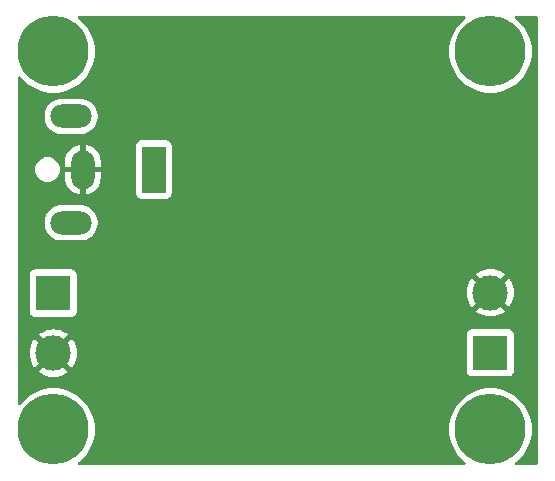
<source format=gbl>
%TF.GenerationSoftware,KiCad,Pcbnew,7.0.5-1.fc38*%
%TF.CreationDate,2023-07-21T11:59:43-04:00*%
%TF.ProjectId,driver-v0,64726976-6572-42d7-9630-2e6b69636164,rev?*%
%TF.SameCoordinates,Original*%
%TF.FileFunction,Copper,L2,Bot*%
%TF.FilePolarity,Positive*%
%FSLAX46Y46*%
G04 Gerber Fmt 4.6, Leading zero omitted, Abs format (unit mm)*
G04 Created by KiCad (PCBNEW 7.0.5-1.fc38) date 2023-07-21 11:59:43*
%MOMM*%
%LPD*%
G01*
G04 APERTURE LIST*
%TA.AperFunction,ComponentPad*%
%ADD10R,3.000000X3.000000*%
%TD*%
%TA.AperFunction,ComponentPad*%
%ADD11C,3.000000*%
%TD*%
%TA.AperFunction,ComponentPad*%
%ADD12R,2.000000X4.000000*%
%TD*%
%TA.AperFunction,ComponentPad*%
%ADD13O,2.000000X3.300000*%
%TD*%
%TA.AperFunction,ComponentPad*%
%ADD14O,3.500000X2.000000*%
%TD*%
%TA.AperFunction,ViaPad*%
%ADD15C,0.800000*%
%TD*%
%TA.AperFunction,ViaPad*%
%ADD16C,6.000000*%
%TD*%
G04 APERTURE END LIST*
D10*
%TO.P,J2,1,Pin_1*%
%TO.N,/in*%
X130000000Y-116460000D03*
D11*
%TO.P,J2,2,Pin_2*%
%TO.N,GND*%
X130000000Y-121540000D03*
%TD*%
D12*
%TO.P,J3,1*%
%TO.N,/12V_IN*%
X138500000Y-106000000D03*
D13*
%TO.P,J3,2*%
%TO.N,GND*%
X132500000Y-106000000D03*
D14*
%TO.P,J3,MP*%
%TO.N,N/C*%
X131500000Y-101500000D03*
X131500000Y-110500000D03*
%TD*%
D10*
%TO.P,J1,1,Pin_1*%
%TO.N,/out*%
X167000000Y-121500000D03*
D11*
%TO.P,J1,2,Pin_2*%
%TO.N,GND*%
X167000000Y-116420000D03*
%TD*%
D15*
%TO.N,GND*%
X150000000Y-118500000D03*
X157800000Y-117000000D03*
D16*
%TO.N,*%
X167000000Y-128000000D03*
D15*
%TO.N,GND*%
X158800000Y-101800000D03*
X151500000Y-118500000D03*
X145250000Y-120000000D03*
X153250000Y-118750000D03*
X148500000Y-118500000D03*
X151500000Y-116750000D03*
X146500000Y-118750000D03*
X154250000Y-117750000D03*
X157800000Y-113000000D03*
X158300000Y-123600000D03*
D16*
%TO.N,*%
X130000000Y-96000000D03*
D15*
%TO.N,GND*%
X153250000Y-116750000D03*
D16*
%TO.N,*%
X130000000Y-128000000D03*
D15*
%TO.N,GND*%
X156800000Y-124900000D03*
X155200000Y-101800000D03*
X154500000Y-128000000D03*
X148500000Y-128000000D03*
D16*
%TO.N,*%
X167000000Y-96000000D03*
D15*
%TO.N,GND*%
X155250000Y-118750000D03*
X151500000Y-128000000D03*
X145250000Y-118000000D03*
X148500000Y-116750000D03*
X150000000Y-113250000D03*
X145250000Y-128000000D03*
X150000000Y-116750000D03*
X146500000Y-116750000D03*
%TD*%
%TA.AperFunction,Conductor*%
%TO.N,GND*%
G36*
X164859215Y-93019685D02*
G01*
X164904970Y-93072489D01*
X164914914Y-93141647D01*
X164885889Y-93205203D01*
X164870212Y-93220366D01*
X164654498Y-93395047D01*
X164654490Y-93395054D01*
X164395054Y-93654490D01*
X164395047Y-93654498D01*
X164164147Y-93939635D01*
X163964320Y-94247343D01*
X163797746Y-94574260D01*
X163666260Y-94916793D01*
X163571294Y-95271209D01*
X163571294Y-95271211D01*
X163513898Y-95633594D01*
X163494696Y-95999999D01*
X163494696Y-96000000D01*
X163513898Y-96366405D01*
X163571294Y-96728788D01*
X163571294Y-96728790D01*
X163666260Y-97083206D01*
X163797746Y-97425739D01*
X163964320Y-97752656D01*
X164164147Y-98060364D01*
X164164149Y-98060366D01*
X164395051Y-98345506D01*
X164654494Y-98604949D01*
X164654498Y-98604952D01*
X164939635Y-98835852D01*
X165247343Y-99035679D01*
X165247348Y-99035682D01*
X165574264Y-99202255D01*
X165916801Y-99333742D01*
X166271206Y-99428705D01*
X166633596Y-99486102D01*
X166979734Y-99504241D01*
X166999999Y-99505304D01*
X167000000Y-99505304D01*
X167000001Y-99505304D01*
X167019202Y-99504297D01*
X167366404Y-99486102D01*
X167728794Y-99428705D01*
X168083199Y-99333742D01*
X168425736Y-99202255D01*
X168752652Y-99035682D01*
X169060366Y-98835851D01*
X169345506Y-98604949D01*
X169604949Y-98345506D01*
X169835851Y-98060366D01*
X170035682Y-97752652D01*
X170202255Y-97425736D01*
X170333742Y-97083199D01*
X170428705Y-96728794D01*
X170486102Y-96366404D01*
X170505304Y-96000000D01*
X170486102Y-95633596D01*
X170428705Y-95271206D01*
X170333742Y-94916801D01*
X170202255Y-94574264D01*
X170035682Y-94247348D01*
X169835851Y-93939634D01*
X169604949Y-93654494D01*
X169345506Y-93395051D01*
X169129787Y-93220365D01*
X169090077Y-93162879D01*
X169087749Y-93093048D01*
X169123544Y-93033044D01*
X169186098Y-93001918D01*
X169207824Y-93000000D01*
X170875500Y-93000000D01*
X170942539Y-93019685D01*
X170988294Y-93072489D01*
X170999500Y-93124000D01*
X170999500Y-130876000D01*
X170979815Y-130943039D01*
X170927011Y-130988794D01*
X170875500Y-131000000D01*
X169207824Y-131000000D01*
X169140785Y-130980315D01*
X169095030Y-130927511D01*
X169085086Y-130858353D01*
X169114111Y-130794797D01*
X169129788Y-130779634D01*
X169345506Y-130604949D01*
X169604949Y-130345506D01*
X169835851Y-130060366D01*
X170035682Y-129752652D01*
X170202255Y-129425736D01*
X170333742Y-129083199D01*
X170428705Y-128728794D01*
X170486102Y-128366404D01*
X170505304Y-128000000D01*
X170486102Y-127633596D01*
X170428705Y-127271206D01*
X170333742Y-126916801D01*
X170202255Y-126574264D01*
X170035682Y-126247348D01*
X169835851Y-125939634D01*
X169604949Y-125654494D01*
X169345506Y-125395051D01*
X169060366Y-125164149D01*
X169060364Y-125164147D01*
X168752656Y-124964320D01*
X168425739Y-124797746D01*
X168083206Y-124666260D01*
X168083199Y-124666258D01*
X167728794Y-124571295D01*
X167728790Y-124571294D01*
X167728789Y-124571294D01*
X167366405Y-124513898D01*
X167000001Y-124494696D01*
X166999999Y-124494696D01*
X166633594Y-124513898D01*
X166271211Y-124571294D01*
X166271209Y-124571294D01*
X165916793Y-124666260D01*
X165574260Y-124797746D01*
X165247343Y-124964320D01*
X164939635Y-125164147D01*
X164654498Y-125395047D01*
X164654490Y-125395054D01*
X164395054Y-125654490D01*
X164395047Y-125654498D01*
X164164147Y-125939635D01*
X163964320Y-126247343D01*
X163797746Y-126574260D01*
X163666260Y-126916793D01*
X163571294Y-127271209D01*
X163571294Y-127271211D01*
X163513898Y-127633594D01*
X163494696Y-127999999D01*
X163494696Y-128000000D01*
X163513898Y-128366405D01*
X163571294Y-128728788D01*
X163571294Y-128728790D01*
X163666260Y-129083206D01*
X163797746Y-129425739D01*
X163964320Y-129752656D01*
X164164147Y-130060364D01*
X164164149Y-130060366D01*
X164395051Y-130345506D01*
X164654494Y-130604949D01*
X164654498Y-130604952D01*
X164870212Y-130779634D01*
X164909923Y-130837121D01*
X164912251Y-130906952D01*
X164876456Y-130966956D01*
X164813902Y-130998082D01*
X164792176Y-131000000D01*
X132207824Y-131000000D01*
X132140785Y-130980315D01*
X132095030Y-130927511D01*
X132085086Y-130858353D01*
X132114111Y-130794797D01*
X132129788Y-130779634D01*
X132345506Y-130604949D01*
X132604949Y-130345506D01*
X132835851Y-130060366D01*
X133035682Y-129752652D01*
X133202255Y-129425736D01*
X133333742Y-129083199D01*
X133428705Y-128728794D01*
X133486102Y-128366404D01*
X133505304Y-128000000D01*
X133486102Y-127633596D01*
X133428705Y-127271206D01*
X133333742Y-126916801D01*
X133202255Y-126574264D01*
X133035682Y-126247348D01*
X132835851Y-125939634D01*
X132604949Y-125654494D01*
X132345506Y-125395051D01*
X132060366Y-125164149D01*
X132060364Y-125164147D01*
X131752656Y-124964320D01*
X131425739Y-124797746D01*
X131083206Y-124666260D01*
X131083199Y-124666258D01*
X130728794Y-124571295D01*
X130728790Y-124571294D01*
X130728789Y-124571294D01*
X130366405Y-124513898D01*
X130000001Y-124494696D01*
X129999999Y-124494696D01*
X129633594Y-124513898D01*
X129271211Y-124571294D01*
X129271209Y-124571294D01*
X128916793Y-124666260D01*
X128574260Y-124797746D01*
X128247343Y-124964320D01*
X127939635Y-125164147D01*
X127654498Y-125395047D01*
X127654490Y-125395054D01*
X127395054Y-125654490D01*
X127395047Y-125654498D01*
X127220366Y-125870211D01*
X127162879Y-125909922D01*
X127093048Y-125912250D01*
X127033044Y-125876454D01*
X127001918Y-125813901D01*
X127000000Y-125792175D01*
X127000000Y-121540001D01*
X127994891Y-121540001D01*
X128015300Y-121825362D01*
X128076109Y-122104895D01*
X128176091Y-122372958D01*
X128313191Y-122624038D01*
X128313196Y-122624046D01*
X128419882Y-122766561D01*
X128419883Y-122766562D01*
X129315195Y-121871250D01*
X129337340Y-121922587D01*
X129443433Y-122065094D01*
X129579530Y-122179294D01*
X129669216Y-122224335D01*
X128773436Y-123120115D01*
X128915960Y-123226807D01*
X128915961Y-123226808D01*
X129167042Y-123363908D01*
X129167041Y-123363908D01*
X129435104Y-123463890D01*
X129714637Y-123524699D01*
X129999999Y-123545109D01*
X130000001Y-123545109D01*
X130285362Y-123524699D01*
X130564895Y-123463890D01*
X130832958Y-123363908D01*
X131084047Y-123226803D01*
X131226561Y-123120116D01*
X131226562Y-123120115D01*
X131154317Y-123047870D01*
X164999500Y-123047870D01*
X164999501Y-123047876D01*
X165005908Y-123107483D01*
X165056202Y-123242328D01*
X165056206Y-123242335D01*
X165142452Y-123357544D01*
X165142455Y-123357547D01*
X165257664Y-123443793D01*
X165257671Y-123443797D01*
X165392517Y-123494091D01*
X165392516Y-123494091D01*
X165399444Y-123494835D01*
X165452127Y-123500500D01*
X168547872Y-123500499D01*
X168607483Y-123494091D01*
X168742331Y-123443796D01*
X168857546Y-123357546D01*
X168943796Y-123242331D01*
X168994091Y-123107483D01*
X169000500Y-123047873D01*
X169000499Y-119952128D01*
X168994091Y-119892517D01*
X168979425Y-119853196D01*
X168943797Y-119757671D01*
X168943793Y-119757664D01*
X168857547Y-119642455D01*
X168857544Y-119642452D01*
X168742335Y-119556206D01*
X168742328Y-119556202D01*
X168607482Y-119505908D01*
X168607483Y-119505908D01*
X168547883Y-119499501D01*
X168547881Y-119499500D01*
X168547873Y-119499500D01*
X168547864Y-119499500D01*
X165452129Y-119499500D01*
X165452123Y-119499501D01*
X165392516Y-119505908D01*
X165257671Y-119556202D01*
X165257664Y-119556206D01*
X165142455Y-119642452D01*
X165142452Y-119642455D01*
X165056206Y-119757664D01*
X165056202Y-119757671D01*
X165005908Y-119892517D01*
X164999501Y-119952116D01*
X164999501Y-119952123D01*
X164999500Y-119952135D01*
X164999500Y-123047870D01*
X131154317Y-123047870D01*
X130333748Y-122227300D01*
X130343409Y-122223784D01*
X130491844Y-122126157D01*
X130613764Y-121996930D01*
X130685768Y-121872215D01*
X131580115Y-122766562D01*
X131580116Y-122766561D01*
X131686803Y-122624047D01*
X131823908Y-122372958D01*
X131923890Y-122104895D01*
X131984699Y-121825362D01*
X132005108Y-121540001D01*
X132005108Y-121539998D01*
X131984699Y-121254637D01*
X131923890Y-120975104D01*
X131823908Y-120707041D01*
X131686808Y-120455961D01*
X131686807Y-120455960D01*
X131580115Y-120313436D01*
X130684803Y-121208747D01*
X130662660Y-121157413D01*
X130556567Y-121014906D01*
X130420470Y-120900706D01*
X130330781Y-120855663D01*
X131226562Y-119959883D01*
X131226561Y-119959882D01*
X131084046Y-119853196D01*
X131084038Y-119853191D01*
X130832957Y-119716091D01*
X130832958Y-119716091D01*
X130564895Y-119616109D01*
X130285362Y-119555300D01*
X130000001Y-119534891D01*
X129999999Y-119534891D01*
X129714637Y-119555300D01*
X129435104Y-119616109D01*
X129167041Y-119716091D01*
X128915961Y-119853191D01*
X128915953Y-119853196D01*
X128773436Y-119959882D01*
X128773436Y-119959883D01*
X129666251Y-120852699D01*
X129656591Y-120856216D01*
X129508156Y-120953843D01*
X129386236Y-121083070D01*
X129314231Y-121207784D01*
X128419883Y-120313436D01*
X128419882Y-120313437D01*
X128313196Y-120455953D01*
X128313191Y-120455961D01*
X128176091Y-120707041D01*
X128076109Y-120975104D01*
X128015300Y-121254637D01*
X127994891Y-121539998D01*
X127994891Y-121540001D01*
X127000000Y-121540001D01*
X127000000Y-118007870D01*
X127999500Y-118007870D01*
X127999501Y-118007876D01*
X128005908Y-118067483D01*
X128056202Y-118202328D01*
X128056206Y-118202335D01*
X128142452Y-118317544D01*
X128142455Y-118317547D01*
X128257664Y-118403793D01*
X128257671Y-118403797D01*
X128392517Y-118454091D01*
X128392516Y-118454091D01*
X128399444Y-118454835D01*
X128452127Y-118460500D01*
X131547872Y-118460499D01*
X131607483Y-118454091D01*
X131742331Y-118403796D01*
X131857546Y-118317546D01*
X131943796Y-118202331D01*
X131994091Y-118067483D01*
X132000500Y-118007873D01*
X132000499Y-116420001D01*
X164994891Y-116420001D01*
X165015300Y-116705362D01*
X165076109Y-116984895D01*
X165176091Y-117252958D01*
X165313191Y-117504038D01*
X165313196Y-117504046D01*
X165419882Y-117646561D01*
X165419883Y-117646562D01*
X166315195Y-116751250D01*
X166337340Y-116802587D01*
X166443433Y-116945094D01*
X166579530Y-117059294D01*
X166669216Y-117104335D01*
X165773436Y-118000115D01*
X165915960Y-118106807D01*
X165915961Y-118106808D01*
X166167042Y-118243908D01*
X166167041Y-118243908D01*
X166435104Y-118343890D01*
X166714637Y-118404699D01*
X166999999Y-118425109D01*
X167000001Y-118425109D01*
X167285362Y-118404699D01*
X167564895Y-118343890D01*
X167832958Y-118243908D01*
X168084047Y-118106803D01*
X168226561Y-118000116D01*
X168226562Y-118000115D01*
X167333748Y-117107300D01*
X167343409Y-117103784D01*
X167491844Y-117006157D01*
X167613764Y-116876930D01*
X167685768Y-116752215D01*
X168580115Y-117646562D01*
X168580116Y-117646561D01*
X168686803Y-117504047D01*
X168823908Y-117252958D01*
X168923890Y-116984895D01*
X168984699Y-116705362D01*
X169005109Y-116420001D01*
X169005109Y-116419998D01*
X168984699Y-116134637D01*
X168923890Y-115855104D01*
X168823908Y-115587041D01*
X168686808Y-115335961D01*
X168686807Y-115335960D01*
X168580115Y-115193436D01*
X167684803Y-116088747D01*
X167662660Y-116037413D01*
X167556567Y-115894906D01*
X167420470Y-115780706D01*
X167330782Y-115735663D01*
X168226562Y-114839883D01*
X168226561Y-114839882D01*
X168084046Y-114733196D01*
X168084038Y-114733191D01*
X167832957Y-114596091D01*
X167832958Y-114596091D01*
X167564895Y-114496109D01*
X167285362Y-114435300D01*
X167000001Y-114414891D01*
X166999999Y-114414891D01*
X166714637Y-114435300D01*
X166435104Y-114496109D01*
X166167041Y-114596091D01*
X165915961Y-114733191D01*
X165915953Y-114733196D01*
X165773437Y-114839882D01*
X165773436Y-114839883D01*
X166666252Y-115732699D01*
X166656591Y-115736216D01*
X166508156Y-115833843D01*
X166386236Y-115963070D01*
X166314231Y-116087784D01*
X165419883Y-115193436D01*
X165419882Y-115193437D01*
X165313196Y-115335953D01*
X165313191Y-115335961D01*
X165176091Y-115587041D01*
X165076109Y-115855104D01*
X165015300Y-116134637D01*
X164994891Y-116419998D01*
X164994891Y-116420001D01*
X132000499Y-116420001D01*
X132000499Y-114912128D01*
X131994091Y-114852517D01*
X131989378Y-114839882D01*
X131943797Y-114717671D01*
X131943793Y-114717664D01*
X131857547Y-114602455D01*
X131857544Y-114602452D01*
X131742335Y-114516206D01*
X131742328Y-114516202D01*
X131607482Y-114465908D01*
X131607483Y-114465908D01*
X131547883Y-114459501D01*
X131547881Y-114459500D01*
X131547873Y-114459500D01*
X131547864Y-114459500D01*
X128452129Y-114459500D01*
X128452123Y-114459501D01*
X128392516Y-114465908D01*
X128257671Y-114516202D01*
X128257664Y-114516206D01*
X128142455Y-114602452D01*
X128142452Y-114602455D01*
X128056206Y-114717664D01*
X128056202Y-114717671D01*
X128005908Y-114852517D01*
X127999501Y-114912116D01*
X127999501Y-114912123D01*
X127999500Y-114912135D01*
X127999500Y-118007870D01*
X127000000Y-118007870D01*
X127000000Y-110624334D01*
X129249500Y-110624334D01*
X129290429Y-110869616D01*
X129371169Y-111104802D01*
X129371172Y-111104811D01*
X129489524Y-111323506D01*
X129489526Y-111323509D01*
X129642262Y-111519744D01*
X129801744Y-111666557D01*
X129825217Y-111688166D01*
X130033393Y-111824173D01*
X130261118Y-111924063D01*
X130502175Y-111985107D01*
X130502179Y-111985108D01*
X130502181Y-111985108D01*
X130502186Y-111985109D01*
X130655589Y-111997819D01*
X130687933Y-112000500D01*
X130687937Y-112000500D01*
X132312063Y-112000500D01*
X132312067Y-112000500D01*
X132374677Y-111995311D01*
X132497813Y-111985109D01*
X132497816Y-111985108D01*
X132497821Y-111985108D01*
X132738881Y-111924063D01*
X132966607Y-111824173D01*
X133174785Y-111688164D01*
X133357738Y-111519744D01*
X133510474Y-111323509D01*
X133628828Y-111104810D01*
X133709571Y-110869614D01*
X133750500Y-110624335D01*
X133750500Y-110375665D01*
X133709571Y-110130386D01*
X133628828Y-109895190D01*
X133510474Y-109676491D01*
X133357738Y-109480256D01*
X133174785Y-109311836D01*
X133174782Y-109311833D01*
X132966606Y-109175826D01*
X132738881Y-109075936D01*
X132497824Y-109014892D01*
X132497813Y-109014890D01*
X132312077Y-108999500D01*
X132312067Y-108999500D01*
X130687933Y-108999500D01*
X130687922Y-108999500D01*
X130502186Y-109014890D01*
X130502175Y-109014892D01*
X130261118Y-109075936D01*
X130033393Y-109175826D01*
X129825217Y-109311833D01*
X129642261Y-109480257D01*
X129489524Y-109676493D01*
X129371172Y-109895188D01*
X129371169Y-109895197D01*
X129290429Y-110130383D01*
X129249500Y-110375665D01*
X129249500Y-110624334D01*
X127000000Y-110624334D01*
X127000000Y-106000000D01*
X128444417Y-106000000D01*
X128464699Y-106205932D01*
X128464700Y-106205934D01*
X128524768Y-106403954D01*
X128622315Y-106586450D01*
X128622317Y-106586452D01*
X128753589Y-106746410D01*
X128850209Y-106825702D01*
X128913550Y-106877685D01*
X129096046Y-106975232D01*
X129294066Y-107035300D01*
X129294065Y-107035300D01*
X129332647Y-107039100D01*
X129448392Y-107050500D01*
X129448395Y-107050500D01*
X129551605Y-107050500D01*
X129551608Y-107050500D01*
X129705934Y-107035300D01*
X129903954Y-106975232D01*
X130086450Y-106877685D01*
X130246410Y-106746410D01*
X130274605Y-106712054D01*
X131000000Y-106712054D01*
X131015385Y-106897730D01*
X131015387Y-106897738D01*
X131076412Y-107138717D01*
X131176267Y-107366367D01*
X131312232Y-107574478D01*
X131480592Y-107757364D01*
X131480602Y-107757373D01*
X131676762Y-107910051D01*
X131676771Y-107910057D01*
X131895385Y-108028364D01*
X131895396Y-108028369D01*
X132130507Y-108109083D01*
X132249999Y-108129023D01*
X132249999Y-108129022D01*
X132249999Y-107083686D01*
X132290156Y-107109493D01*
X132428111Y-107150000D01*
X132571889Y-107150000D01*
X132709844Y-107109493D01*
X132750000Y-107083686D01*
X132750000Y-108129023D01*
X132869492Y-108109083D01*
X133047799Y-108047870D01*
X136999500Y-108047870D01*
X136999501Y-108047876D01*
X137005908Y-108107483D01*
X137056202Y-108242328D01*
X137056206Y-108242335D01*
X137142452Y-108357544D01*
X137142455Y-108357547D01*
X137257664Y-108443793D01*
X137257671Y-108443797D01*
X137392517Y-108494091D01*
X137392516Y-108494091D01*
X137399444Y-108494835D01*
X137452127Y-108500500D01*
X139547872Y-108500499D01*
X139607483Y-108494091D01*
X139742331Y-108443796D01*
X139857546Y-108357546D01*
X139943796Y-108242331D01*
X139994091Y-108107483D01*
X140000500Y-108047873D01*
X140000499Y-103952128D01*
X139994091Y-103892517D01*
X139943796Y-103757669D01*
X139943795Y-103757668D01*
X139943793Y-103757664D01*
X139857547Y-103642455D01*
X139857544Y-103642452D01*
X139742335Y-103556206D01*
X139742328Y-103556202D01*
X139607482Y-103505908D01*
X139607483Y-103505908D01*
X139547883Y-103499501D01*
X139547881Y-103499500D01*
X139547873Y-103499500D01*
X139547864Y-103499500D01*
X137452129Y-103499500D01*
X137452123Y-103499501D01*
X137392516Y-103505908D01*
X137257671Y-103556202D01*
X137257664Y-103556206D01*
X137142455Y-103642452D01*
X137142452Y-103642455D01*
X137056206Y-103757664D01*
X137056202Y-103757671D01*
X137005908Y-103892517D01*
X136999501Y-103952116D01*
X136999501Y-103952123D01*
X136999500Y-103952135D01*
X136999500Y-108047870D01*
X133047799Y-108047870D01*
X133104603Y-108028369D01*
X133104614Y-108028364D01*
X133323228Y-107910057D01*
X133323237Y-107910051D01*
X133519397Y-107757373D01*
X133519407Y-107757364D01*
X133687767Y-107574478D01*
X133823732Y-107366367D01*
X133923587Y-107138717D01*
X133984612Y-106897738D01*
X133984614Y-106897730D01*
X133999999Y-106712054D01*
X134000000Y-106712039D01*
X134000000Y-106250000D01*
X133000000Y-106250000D01*
X133000000Y-105750000D01*
X134000000Y-105750000D01*
X134000000Y-105287961D01*
X133999999Y-105287945D01*
X133984614Y-105102269D01*
X133984612Y-105102261D01*
X133923587Y-104861282D01*
X133823732Y-104633632D01*
X133687767Y-104425521D01*
X133519407Y-104242635D01*
X133519397Y-104242626D01*
X133323237Y-104089948D01*
X133323228Y-104089942D01*
X133104614Y-103971635D01*
X133104603Y-103971630D01*
X132869492Y-103890916D01*
X132750000Y-103870976D01*
X132749999Y-103870976D01*
X132749999Y-104916313D01*
X132709844Y-104890507D01*
X132571889Y-104850000D01*
X132428111Y-104850000D01*
X132290156Y-104890507D01*
X132249999Y-104916313D01*
X132249999Y-103870976D01*
X132130507Y-103890916D01*
X131895396Y-103971630D01*
X131895385Y-103971635D01*
X131676771Y-104089942D01*
X131676762Y-104089948D01*
X131480602Y-104242626D01*
X131480592Y-104242635D01*
X131312232Y-104425521D01*
X131176267Y-104633632D01*
X131076412Y-104861282D01*
X131015387Y-105102261D01*
X131015385Y-105102269D01*
X131000000Y-105287945D01*
X131000000Y-105750000D01*
X132000000Y-105750000D01*
X132000000Y-106250000D01*
X131000000Y-106250000D01*
X131000000Y-106712054D01*
X130274605Y-106712054D01*
X130377685Y-106586450D01*
X130475232Y-106403954D01*
X130535300Y-106205934D01*
X130555583Y-106000000D01*
X130535300Y-105794066D01*
X130475232Y-105596046D01*
X130377685Y-105413550D01*
X130325702Y-105350209D01*
X130246410Y-105253589D01*
X130086452Y-105122317D01*
X130086453Y-105122317D01*
X130086450Y-105122315D01*
X129903954Y-105024768D01*
X129705934Y-104964700D01*
X129705932Y-104964699D01*
X129705934Y-104964699D01*
X129586805Y-104952966D01*
X129551608Y-104949500D01*
X129448392Y-104949500D01*
X129410298Y-104953251D01*
X129294067Y-104964699D01*
X129096043Y-105024769D01*
X128998515Y-105076900D01*
X128913550Y-105122315D01*
X128913548Y-105122316D01*
X128913547Y-105122317D01*
X128753589Y-105253589D01*
X128622317Y-105413547D01*
X128524769Y-105596043D01*
X128464699Y-105794067D01*
X128444417Y-106000000D01*
X127000000Y-106000000D01*
X127000000Y-101624334D01*
X129249500Y-101624334D01*
X129290429Y-101869616D01*
X129371169Y-102104802D01*
X129371172Y-102104811D01*
X129489524Y-102323506D01*
X129489526Y-102323509D01*
X129642262Y-102519744D01*
X129801744Y-102666557D01*
X129825217Y-102688166D01*
X130033393Y-102824173D01*
X130261118Y-102924063D01*
X130502175Y-102985107D01*
X130502179Y-102985108D01*
X130502181Y-102985108D01*
X130502186Y-102985109D01*
X130655589Y-102997819D01*
X130687933Y-103000500D01*
X130687937Y-103000500D01*
X132312063Y-103000500D01*
X132312067Y-103000500D01*
X132374677Y-102995311D01*
X132497813Y-102985109D01*
X132497816Y-102985108D01*
X132497821Y-102985108D01*
X132738881Y-102924063D01*
X132966607Y-102824173D01*
X133174785Y-102688164D01*
X133357738Y-102519744D01*
X133510474Y-102323509D01*
X133628828Y-102104810D01*
X133709571Y-101869614D01*
X133750500Y-101624335D01*
X133750500Y-101375665D01*
X133709571Y-101130386D01*
X133628828Y-100895190D01*
X133510474Y-100676491D01*
X133357738Y-100480256D01*
X133174785Y-100311836D01*
X133174782Y-100311833D01*
X132966606Y-100175826D01*
X132738881Y-100075936D01*
X132497824Y-100014892D01*
X132497813Y-100014890D01*
X132312077Y-99999500D01*
X132312067Y-99999500D01*
X130687933Y-99999500D01*
X130687922Y-99999500D01*
X130502186Y-100014890D01*
X130502175Y-100014892D01*
X130261118Y-100075936D01*
X130033393Y-100175826D01*
X129825217Y-100311833D01*
X129642261Y-100480257D01*
X129489524Y-100676493D01*
X129371172Y-100895188D01*
X129371169Y-100895197D01*
X129290429Y-101130383D01*
X129249500Y-101375665D01*
X129249500Y-101624334D01*
X127000000Y-101624334D01*
X127000000Y-98207824D01*
X127019685Y-98140785D01*
X127072489Y-98095030D01*
X127141647Y-98085086D01*
X127205203Y-98114111D01*
X127220365Y-98129787D01*
X127395051Y-98345506D01*
X127654494Y-98604949D01*
X127654498Y-98604952D01*
X127939635Y-98835852D01*
X128247343Y-99035679D01*
X128247348Y-99035682D01*
X128574264Y-99202255D01*
X128916801Y-99333742D01*
X129271206Y-99428705D01*
X129633596Y-99486102D01*
X129979734Y-99504241D01*
X129999999Y-99505304D01*
X130000000Y-99505304D01*
X130000001Y-99505304D01*
X130019202Y-99504297D01*
X130366404Y-99486102D01*
X130728794Y-99428705D01*
X131083199Y-99333742D01*
X131425736Y-99202255D01*
X131752652Y-99035682D01*
X132060366Y-98835851D01*
X132345506Y-98604949D01*
X132604949Y-98345506D01*
X132835851Y-98060366D01*
X133035682Y-97752652D01*
X133202255Y-97425736D01*
X133333742Y-97083199D01*
X133428705Y-96728794D01*
X133486102Y-96366404D01*
X133505304Y-96000000D01*
X133486102Y-95633596D01*
X133428705Y-95271206D01*
X133333742Y-94916801D01*
X133202255Y-94574264D01*
X133035682Y-94247348D01*
X132835851Y-93939634D01*
X132604949Y-93654494D01*
X132345506Y-93395051D01*
X132129787Y-93220365D01*
X132090077Y-93162879D01*
X132087749Y-93093048D01*
X132123544Y-93033044D01*
X132186098Y-93001918D01*
X132207824Y-93000000D01*
X164792176Y-93000000D01*
X164859215Y-93019685D01*
G37*
%TD.AperFunction*%
%TD*%
M02*

</source>
